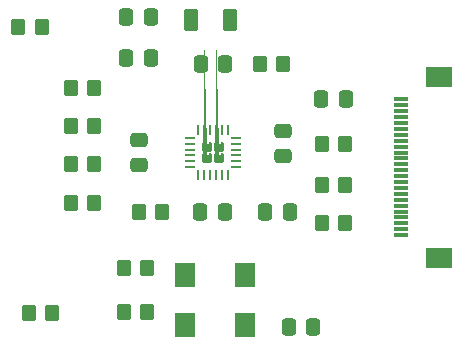
<source format=gbr>
G04 #@! TF.GenerationSoftware,KiCad,Pcbnew,7.0.7-2.fc38*
G04 #@! TF.CreationDate,2023-10-29T11:35:08+01:00*
G04 #@! TF.ProjectId,mangopimqpro-lan8720,6d616e67-6f70-4696-9d71-70726f2d6c61,rev?*
G04 #@! TF.SameCoordinates,Original*
G04 #@! TF.FileFunction,Paste,Top*
G04 #@! TF.FilePolarity,Positive*
%FSLAX46Y46*%
G04 Gerber Fmt 4.6, Leading zero omitted, Abs format (unit mm)*
G04 Created by KiCad (PCBNEW 7.0.7-2.fc38) date 2023-10-29 11:35:08*
%MOMM*%
%LPD*%
G01*
G04 APERTURE LIST*
G04 Aperture macros list*
%AMRoundRect*
0 Rectangle with rounded corners*
0 $1 Rounding radius*
0 $2 $3 $4 $5 $6 $7 $8 $9 X,Y pos of 4 corners*
0 Add a 4 corners polygon primitive as box body*
4,1,4,$2,$3,$4,$5,$6,$7,$8,$9,$2,$3,0*
0 Add four circle primitives for the rounded corners*
1,1,$1+$1,$2,$3*
1,1,$1+$1,$4,$5*
1,1,$1+$1,$6,$7*
1,1,$1+$1,$8,$9*
0 Add four rect primitives between the rounded corners*
20,1,$1+$1,$2,$3,$4,$5,0*
20,1,$1+$1,$4,$5,$6,$7,0*
20,1,$1+$1,$6,$7,$8,$9,0*
20,1,$1+$1,$8,$9,$2,$3,0*%
%AMFreePoly0*
4,1,57,0.211049,0.458455,0.230584,0.458455,0.247503,0.448686,0.266375,0.443630,0.280189,0.429815,0.297109,0.420047,0.420048,0.297109,0.429817,0.280187,0.443630,0.266375,0.448686,0.247503,0.458455,0.230584,0.458455,0.211048,0.463512,0.192176,0.463512,-0.192176,0.458455,-0.211048,0.458455,-0.230584,0.448686,-0.247503,0.443630,-0.266375,0.429817,-0.280187,0.420048,-0.297109,
0.297109,-0.420047,0.280189,-0.429815,0.266375,-0.443630,0.247503,-0.448686,0.230584,-0.458455,0.211049,-0.458455,0.192176,-0.463512,-0.192176,-0.463512,-0.211049,-0.458455,-0.230584,-0.458455,-0.247503,-0.448686,-0.266375,-0.443630,-0.280187,-0.429817,-0.297109,-0.420048,-0.420047,-0.297109,-0.429815,-0.280189,-0.443630,-0.266375,-0.448686,-0.247503,-0.458455,-0.230584,-0.458455,-0.211048,
-0.463512,-0.192176,-0.463512,0.192176,-0.458455,0.211048,-0.458455,0.230584,-0.448686,0.247503,-0.443630,0.266375,-0.429815,0.280189,-0.420047,0.297109,-0.297109,0.420048,-0.280187,0.429817,-0.266375,0.443630,-0.247503,0.448686,-0.230584,0.458455,-0.211049,0.458455,-0.192176,0.463512,0.192176,0.463512,0.211049,0.458455,0.211049,0.458455,$1*%
G04 Aperture macros list end*
%ADD10RoundRect,0.250000X-0.350000X-0.450000X0.350000X-0.450000X0.350000X0.450000X-0.350000X0.450000X0*%
%ADD11RoundRect,0.250000X0.350000X0.450000X-0.350000X0.450000X-0.350000X-0.450000X0.350000X-0.450000X0*%
%ADD12RoundRect,0.250000X0.337500X0.475000X-0.337500X0.475000X-0.337500X-0.475000X0.337500X-0.475000X0*%
%ADD13RoundRect,0.250000X-0.475000X0.337500X-0.475000X-0.337500X0.475000X-0.337500X0.475000X0.337500X0*%
%ADD14FreePoly0,90.000000*%
%ADD15RoundRect,0.062500X0.062500X-0.375000X0.062500X0.375000X-0.062500X0.375000X-0.062500X-0.375000X0*%
%ADD16RoundRect,0.062500X0.375000X-0.062500X0.375000X0.062500X-0.375000X0.062500X-0.375000X-0.062500X0*%
%ADD17RoundRect,0.250000X-0.337500X-0.475000X0.337500X-0.475000X0.337500X0.475000X-0.337500X0.475000X0*%
%ADD18RoundRect,0.250000X0.362500X0.700000X-0.362500X0.700000X-0.362500X-0.700000X0.362500X-0.700000X0*%
%ADD19RoundRect,0.250000X0.475000X-0.337500X0.475000X0.337500X-0.475000X0.337500X-0.475000X-0.337500X0*%
%ADD20R,1.300000X0.300000*%
%ADD21R,2.200000X1.800000*%
%ADD22R,1.800000X2.000000*%
G04 APERTURE END LIST*
D10*
X58500000Y-44250000D03*
X60500000Y-44250000D03*
D11*
X39250000Y-39250000D03*
X37250000Y-39250000D03*
D12*
X44037500Y-26750000D03*
X41962500Y-26750000D03*
D11*
X39250000Y-36000000D03*
X37250000Y-36000000D03*
D13*
X43000000Y-37212500D03*
X43000000Y-39287500D03*
D14*
X48812500Y-38750000D03*
X49812500Y-38750000D03*
X48812500Y-37750000D03*
X49812500Y-37750000D03*
D15*
X48062500Y-40187500D03*
X48562500Y-40187500D03*
X49062500Y-40187500D03*
X49562500Y-40187500D03*
X50062500Y-40187500D03*
X50562500Y-40187500D03*
D16*
X51250000Y-39500000D03*
X51250000Y-39000000D03*
X51250000Y-38500000D03*
X51250000Y-38000000D03*
X51250000Y-37500000D03*
X51250000Y-37000000D03*
D15*
X50562500Y-36312500D03*
X50062500Y-36312500D03*
X49562500Y-36312500D03*
X49062500Y-36312500D03*
X48562500Y-36312500D03*
X48062500Y-36312500D03*
D16*
X47375000Y-37000000D03*
X47375000Y-37500000D03*
X47375000Y-38000000D03*
X47375000Y-38500000D03*
X47375000Y-39000000D03*
X47375000Y-39500000D03*
D17*
X48212500Y-43250000D03*
X50287500Y-43250000D03*
D11*
X39250000Y-32750000D03*
X37250000Y-32750000D03*
D18*
X50750000Y-27000000D03*
X47425000Y-27000000D03*
D12*
X60537500Y-33750000D03*
X58462500Y-33750000D03*
X50325000Y-30750000D03*
X48250000Y-30750000D03*
D11*
X55250000Y-30750000D03*
X53250000Y-30750000D03*
X34800000Y-27600000D03*
X32800000Y-27600000D03*
D10*
X58500000Y-41000000D03*
X60500000Y-41000000D03*
D19*
X55250000Y-38537500D03*
X55250000Y-36462500D03*
D11*
X39250000Y-42500000D03*
X37250000Y-42500000D03*
D17*
X55712500Y-53000000D03*
X57787500Y-53000000D03*
D11*
X43750000Y-48000000D03*
X41750000Y-48000000D03*
X35700000Y-51800000D03*
X33700000Y-51800000D03*
D10*
X58500000Y-37500000D03*
X60500000Y-37500000D03*
D11*
X45000000Y-43250000D03*
X43000000Y-43250000D03*
D12*
X44037500Y-30250000D03*
X41962500Y-30250000D03*
D20*
X65200000Y-45250000D03*
X65200000Y-44750000D03*
X65200000Y-44250000D03*
X65200000Y-43750000D03*
X65200000Y-43250000D03*
X65200000Y-42750000D03*
X65200000Y-42250000D03*
X65200000Y-41750000D03*
X65200000Y-41250000D03*
X65200000Y-40750000D03*
X65200000Y-40250000D03*
X65200000Y-39750000D03*
X65200000Y-39250000D03*
X65200000Y-38750000D03*
X65200000Y-38250000D03*
X65200000Y-37750000D03*
X65200000Y-37250000D03*
X65200000Y-36750000D03*
X65200000Y-36250000D03*
X65200000Y-35750000D03*
X65200000Y-35250000D03*
X65200000Y-34750000D03*
X65200000Y-34250000D03*
X65200000Y-33750000D03*
D21*
X68450000Y-47150000D03*
X68450000Y-31850000D03*
D11*
X43750000Y-51750000D03*
X41750000Y-51750000D03*
D17*
X53712500Y-43250000D03*
X55787500Y-43250000D03*
D22*
X52040000Y-48650000D03*
X46960000Y-48650000D03*
X46960000Y-52850000D03*
X52040000Y-52850000D03*
M02*

</source>
